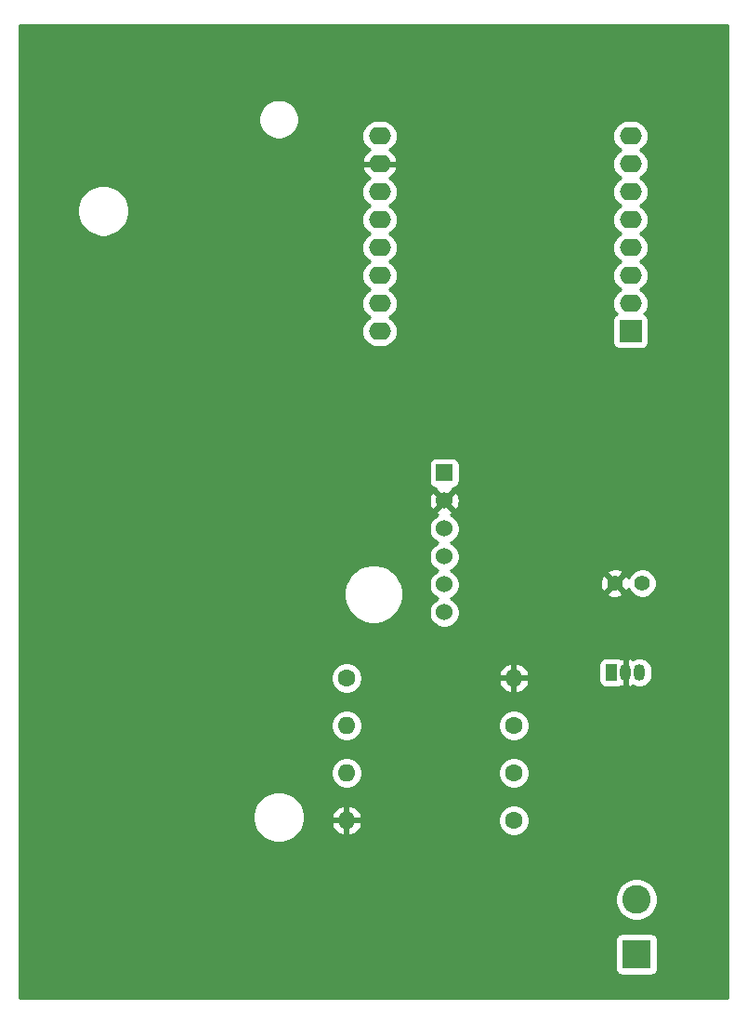
<source format=gbr>
%TF.GenerationSoftware,KiCad,Pcbnew,5.1.12-84ad8e8a86~92~ubuntu16.04.1*%
%TF.CreationDate,2023-10-16T18:07:55-03:00*%
%TF.ProjectId,BlackBox,426c6163-6b42-46f7-982e-6b696361645f,rev?*%
%TF.SameCoordinates,Original*%
%TF.FileFunction,Copper,L2,Bot*%
%TF.FilePolarity,Positive*%
%FSLAX46Y46*%
G04 Gerber Fmt 4.6, Leading zero omitted, Abs format (unit mm)*
G04 Created by KiCad (PCBNEW 5.1.12-84ad8e8a86~92~ubuntu16.04.1) date 2023-10-16 18:07:55*
%MOMM*%
%LPD*%
G01*
G04 APERTURE LIST*
%TA.AperFunction,ComponentPad*%
%ADD10R,1.050000X1.500000*%
%TD*%
%TA.AperFunction,ComponentPad*%
%ADD11O,1.050000X1.500000*%
%TD*%
%TA.AperFunction,ComponentPad*%
%ADD12O,1.600000X1.600000*%
%TD*%
%TA.AperFunction,ComponentPad*%
%ADD13C,1.600000*%
%TD*%
%TA.AperFunction,ComponentPad*%
%ADD14R,1.524000X1.524000*%
%TD*%
%TA.AperFunction,ComponentPad*%
%ADD15C,1.524000*%
%TD*%
%TA.AperFunction,ComponentPad*%
%ADD16C,1.400000*%
%TD*%
%TA.AperFunction,ComponentPad*%
%ADD17R,2.600000X2.600000*%
%TD*%
%TA.AperFunction,ComponentPad*%
%ADD18C,2.600000*%
%TD*%
%TA.AperFunction,ComponentPad*%
%ADD19O,2.000000X1.600000*%
%TD*%
%TA.AperFunction,ComponentPad*%
%ADD20R,2.000000X2.000000*%
%TD*%
%TA.AperFunction,Conductor*%
%ADD21C,0.254000*%
%TD*%
%TA.AperFunction,Conductor*%
%ADD22C,0.100000*%
%TD*%
G04 APERTURE END LIST*
D10*
%TO.P,U2,1*%
%TO.N,Net-(R2-Pad2)*%
X154686000Y-119634000D03*
D11*
%TO.P,U2,3*%
%TO.N,+3V3*%
X157226000Y-119634000D03*
%TO.P,U2,2*%
%TO.N,GND*%
X155956000Y-119634000D03*
%TD*%
D12*
%TO.P,R3,2*%
%TO.N,GND*%
X145780000Y-120142000D03*
D13*
%TO.P,R3,1*%
%TO.N,Net-(R2-Pad2)*%
X130540000Y-120142000D03*
%TD*%
D12*
%TO.P,R2,2*%
%TO.N,Net-(R2-Pad2)*%
X130540000Y-124460000D03*
D13*
%TO.P,R2,1*%
%TO.N,+3V3*%
X145780000Y-124460000D03*
%TD*%
D12*
%TO.P,R1,2*%
%TO.N,Net-(BT1-Pad1)*%
X130540000Y-128778000D03*
D13*
%TO.P,R1,1*%
%TO.N,+3V3*%
X145780000Y-128778000D03*
%TD*%
D14*
%TO.P,A1,1*%
%TO.N,+3V3*%
X139440000Y-101470000D03*
D15*
%TO.P,A1,2*%
%TO.N,GND*%
X139440000Y-104010000D03*
%TO.P,A1,3*%
%TO.N,SCL*%
X139440000Y-106550000D03*
%TO.P,A1,4*%
%TO.N,SDA*%
X139440000Y-109090000D03*
%TO.P,A1,5*%
%TO.N,Net-(A1-Pad5)*%
X139440000Y-111630000D03*
%TO.P,A1,6*%
%TO.N,Net-(A1-Pad6)*%
X139440000Y-114170000D03*
%TD*%
D16*
%TO.P,C1,1*%
%TO.N,+3V3*%
X157480000Y-111506000D03*
%TO.P,C1,2*%
%TO.N,GND*%
X154980000Y-111506000D03*
%TD*%
D13*
%TO.P,R4,1*%
%TO.N,RBF_switch*%
X145780000Y-133096000D03*
D12*
%TO.P,R4,2*%
%TO.N,GND*%
X130540000Y-133096000D03*
%TD*%
D17*
%TO.P,SW1,1*%
%TO.N,RBF_switch*%
X156972000Y-145288000D03*
D18*
%TO.P,SW1,2*%
%TO.N,+3V3*%
X156972000Y-140288000D03*
%TD*%
D19*
%TO.P,U1,2*%
%TO.N,Net-(U1-Pad2)*%
X156410000Y-86030000D03*
D20*
%TO.P,U1,1*%
%TO.N,Net-(U1-Pad1)*%
X156410000Y-88570000D03*
D19*
%TO.P,U1,3*%
%TO.N,Net-(U1-Pad3)*%
X156410000Y-83490000D03*
%TO.P,U1,4*%
%TO.N,Net-(U1-Pad4)*%
X156410000Y-80950000D03*
%TO.P,U1,5*%
%TO.N,Net-(U1-Pad5)*%
X156410000Y-78410000D03*
%TO.P,U1,6*%
%TO.N,Net-(U1-Pad6)*%
X156410000Y-75870000D03*
%TO.P,U1,7*%
%TO.N,Net-(U1-Pad7)*%
X156410000Y-73330000D03*
%TO.P,U1,8*%
%TO.N,+3V3*%
X156410000Y-70790000D03*
%TO.P,U1,9*%
%TO.N,Net-(U1-Pad9)*%
X133550000Y-70790000D03*
%TO.P,U1,10*%
%TO.N,GND*%
X133550000Y-73330000D03*
%TO.P,U1,11*%
%TO.N,RBF_switch*%
X133550000Y-75870000D03*
%TO.P,U1,12*%
%TO.N,Net-(U1-Pad12)*%
X133550000Y-78410000D03*
%TO.P,U1,13*%
%TO.N,SDA*%
X133550000Y-80950000D03*
%TO.P,U1,14*%
%TO.N,SCL*%
X133550000Y-83490000D03*
%TO.P,U1,15*%
%TO.N,Net-(U1-Pad15)*%
X133550000Y-86030000D03*
%TO.P,U1,16*%
%TO.N,Net-(U1-Pad16)*%
X133550000Y-88570000D03*
%TD*%
D21*
%TO.N,GND*%
X165290000Y-149290000D02*
X100710000Y-149290000D01*
X100710000Y-143988000D01*
X155033928Y-143988000D01*
X155033928Y-146588000D01*
X155046188Y-146712482D01*
X155082498Y-146832180D01*
X155141463Y-146942494D01*
X155220815Y-147039185D01*
X155317506Y-147118537D01*
X155427820Y-147177502D01*
X155547518Y-147213812D01*
X155672000Y-147226072D01*
X158272000Y-147226072D01*
X158396482Y-147213812D01*
X158516180Y-147177502D01*
X158626494Y-147118537D01*
X158723185Y-147039185D01*
X158802537Y-146942494D01*
X158861502Y-146832180D01*
X158897812Y-146712482D01*
X158910072Y-146588000D01*
X158910072Y-143988000D01*
X158897812Y-143863518D01*
X158861502Y-143743820D01*
X158802537Y-143633506D01*
X158723185Y-143536815D01*
X158626494Y-143457463D01*
X158516180Y-143398498D01*
X158396482Y-143362188D01*
X158272000Y-143349928D01*
X155672000Y-143349928D01*
X155547518Y-143362188D01*
X155427820Y-143398498D01*
X155317506Y-143457463D01*
X155220815Y-143536815D01*
X155141463Y-143633506D01*
X155082498Y-143743820D01*
X155046188Y-143863518D01*
X155033928Y-143988000D01*
X100710000Y-143988000D01*
X100710000Y-140097419D01*
X155037000Y-140097419D01*
X155037000Y-140478581D01*
X155111361Y-140852419D01*
X155257225Y-141204566D01*
X155468987Y-141521491D01*
X155738509Y-141791013D01*
X156055434Y-142002775D01*
X156407581Y-142148639D01*
X156781419Y-142223000D01*
X157162581Y-142223000D01*
X157536419Y-142148639D01*
X157888566Y-142002775D01*
X158205491Y-141791013D01*
X158475013Y-141521491D01*
X158686775Y-141204566D01*
X158832639Y-140852419D01*
X158907000Y-140478581D01*
X158907000Y-140097419D01*
X158832639Y-139723581D01*
X158686775Y-139371434D01*
X158475013Y-139054509D01*
X158205491Y-138784987D01*
X157888566Y-138573225D01*
X157536419Y-138427361D01*
X157162581Y-138353000D01*
X156781419Y-138353000D01*
X156407581Y-138427361D01*
X156055434Y-138573225D01*
X155738509Y-138784987D01*
X155468987Y-139054509D01*
X155257225Y-139371434D01*
X155111361Y-139723581D01*
X155037000Y-140097419D01*
X100710000Y-140097419D01*
X100710000Y-132577560D01*
X122000000Y-132577560D01*
X122000000Y-133042440D01*
X122090694Y-133498387D01*
X122268595Y-133927879D01*
X122526868Y-134314412D01*
X122855588Y-134643132D01*
X123242121Y-134901405D01*
X123671613Y-135079306D01*
X124127560Y-135170000D01*
X124592440Y-135170000D01*
X125048387Y-135079306D01*
X125477879Y-134901405D01*
X125864412Y-134643132D01*
X126193132Y-134314412D01*
X126451405Y-133927879D01*
X126629306Y-133498387D01*
X126639917Y-133445039D01*
X129148096Y-133445039D01*
X129188754Y-133579087D01*
X129308963Y-133833420D01*
X129476481Y-134059414D01*
X129684869Y-134248385D01*
X129926119Y-134393070D01*
X130190960Y-134487909D01*
X130413000Y-134366624D01*
X130413000Y-133223000D01*
X130667000Y-133223000D01*
X130667000Y-134366624D01*
X130889040Y-134487909D01*
X131153881Y-134393070D01*
X131395131Y-134248385D01*
X131603519Y-134059414D01*
X131771037Y-133833420D01*
X131891246Y-133579087D01*
X131931904Y-133445039D01*
X131809915Y-133223000D01*
X130667000Y-133223000D01*
X130413000Y-133223000D01*
X129270085Y-133223000D01*
X129148096Y-133445039D01*
X126639917Y-133445039D01*
X126720000Y-133042440D01*
X126720000Y-132746961D01*
X129148096Y-132746961D01*
X129270085Y-132969000D01*
X130413000Y-132969000D01*
X130413000Y-131825376D01*
X130667000Y-131825376D01*
X130667000Y-132969000D01*
X131809915Y-132969000D01*
X131817790Y-132954665D01*
X144345000Y-132954665D01*
X144345000Y-133237335D01*
X144400147Y-133514574D01*
X144508320Y-133775727D01*
X144665363Y-134010759D01*
X144865241Y-134210637D01*
X145100273Y-134367680D01*
X145361426Y-134475853D01*
X145638665Y-134531000D01*
X145921335Y-134531000D01*
X146198574Y-134475853D01*
X146459727Y-134367680D01*
X146694759Y-134210637D01*
X146894637Y-134010759D01*
X147051680Y-133775727D01*
X147159853Y-133514574D01*
X147215000Y-133237335D01*
X147215000Y-132954665D01*
X147159853Y-132677426D01*
X147051680Y-132416273D01*
X146894637Y-132181241D01*
X146694759Y-131981363D01*
X146459727Y-131824320D01*
X146198574Y-131716147D01*
X145921335Y-131661000D01*
X145638665Y-131661000D01*
X145361426Y-131716147D01*
X145100273Y-131824320D01*
X144865241Y-131981363D01*
X144665363Y-132181241D01*
X144508320Y-132416273D01*
X144400147Y-132677426D01*
X144345000Y-132954665D01*
X131817790Y-132954665D01*
X131931904Y-132746961D01*
X131891246Y-132612913D01*
X131771037Y-132358580D01*
X131603519Y-132132586D01*
X131395131Y-131943615D01*
X131153881Y-131798930D01*
X130889040Y-131704091D01*
X130667000Y-131825376D01*
X130413000Y-131825376D01*
X130190960Y-131704091D01*
X129926119Y-131798930D01*
X129684869Y-131943615D01*
X129476481Y-132132586D01*
X129308963Y-132358580D01*
X129188754Y-132612913D01*
X129148096Y-132746961D01*
X126720000Y-132746961D01*
X126720000Y-132577560D01*
X126629306Y-132121613D01*
X126451405Y-131692121D01*
X126193132Y-131305588D01*
X125864412Y-130976868D01*
X125477879Y-130718595D01*
X125048387Y-130540694D01*
X124592440Y-130450000D01*
X124127560Y-130450000D01*
X123671613Y-130540694D01*
X123242121Y-130718595D01*
X122855588Y-130976868D01*
X122526868Y-131305588D01*
X122268595Y-131692121D01*
X122090694Y-132121613D01*
X122000000Y-132577560D01*
X100710000Y-132577560D01*
X100710000Y-128636665D01*
X129105000Y-128636665D01*
X129105000Y-128919335D01*
X129160147Y-129196574D01*
X129268320Y-129457727D01*
X129425363Y-129692759D01*
X129625241Y-129892637D01*
X129860273Y-130049680D01*
X130121426Y-130157853D01*
X130398665Y-130213000D01*
X130681335Y-130213000D01*
X130958574Y-130157853D01*
X131219727Y-130049680D01*
X131454759Y-129892637D01*
X131654637Y-129692759D01*
X131811680Y-129457727D01*
X131919853Y-129196574D01*
X131975000Y-128919335D01*
X131975000Y-128636665D01*
X144345000Y-128636665D01*
X144345000Y-128919335D01*
X144400147Y-129196574D01*
X144508320Y-129457727D01*
X144665363Y-129692759D01*
X144865241Y-129892637D01*
X145100273Y-130049680D01*
X145361426Y-130157853D01*
X145638665Y-130213000D01*
X145921335Y-130213000D01*
X146198574Y-130157853D01*
X146459727Y-130049680D01*
X146694759Y-129892637D01*
X146894637Y-129692759D01*
X147051680Y-129457727D01*
X147159853Y-129196574D01*
X147215000Y-128919335D01*
X147215000Y-128636665D01*
X147159853Y-128359426D01*
X147051680Y-128098273D01*
X146894637Y-127863241D01*
X146694759Y-127663363D01*
X146459727Y-127506320D01*
X146198574Y-127398147D01*
X145921335Y-127343000D01*
X145638665Y-127343000D01*
X145361426Y-127398147D01*
X145100273Y-127506320D01*
X144865241Y-127663363D01*
X144665363Y-127863241D01*
X144508320Y-128098273D01*
X144400147Y-128359426D01*
X144345000Y-128636665D01*
X131975000Y-128636665D01*
X131919853Y-128359426D01*
X131811680Y-128098273D01*
X131654637Y-127863241D01*
X131454759Y-127663363D01*
X131219727Y-127506320D01*
X130958574Y-127398147D01*
X130681335Y-127343000D01*
X130398665Y-127343000D01*
X130121426Y-127398147D01*
X129860273Y-127506320D01*
X129625241Y-127663363D01*
X129425363Y-127863241D01*
X129268320Y-128098273D01*
X129160147Y-128359426D01*
X129105000Y-128636665D01*
X100710000Y-128636665D01*
X100710000Y-124318665D01*
X129105000Y-124318665D01*
X129105000Y-124601335D01*
X129160147Y-124878574D01*
X129268320Y-125139727D01*
X129425363Y-125374759D01*
X129625241Y-125574637D01*
X129860273Y-125731680D01*
X130121426Y-125839853D01*
X130398665Y-125895000D01*
X130681335Y-125895000D01*
X130958574Y-125839853D01*
X131219727Y-125731680D01*
X131454759Y-125574637D01*
X131654637Y-125374759D01*
X131811680Y-125139727D01*
X131919853Y-124878574D01*
X131975000Y-124601335D01*
X131975000Y-124318665D01*
X144345000Y-124318665D01*
X144345000Y-124601335D01*
X144400147Y-124878574D01*
X144508320Y-125139727D01*
X144665363Y-125374759D01*
X144865241Y-125574637D01*
X145100273Y-125731680D01*
X145361426Y-125839853D01*
X145638665Y-125895000D01*
X145921335Y-125895000D01*
X146198574Y-125839853D01*
X146459727Y-125731680D01*
X146694759Y-125574637D01*
X146894637Y-125374759D01*
X147051680Y-125139727D01*
X147159853Y-124878574D01*
X147215000Y-124601335D01*
X147215000Y-124318665D01*
X147159853Y-124041426D01*
X147051680Y-123780273D01*
X146894637Y-123545241D01*
X146694759Y-123345363D01*
X146459727Y-123188320D01*
X146198574Y-123080147D01*
X145921335Y-123025000D01*
X145638665Y-123025000D01*
X145361426Y-123080147D01*
X145100273Y-123188320D01*
X144865241Y-123345363D01*
X144665363Y-123545241D01*
X144508320Y-123780273D01*
X144400147Y-124041426D01*
X144345000Y-124318665D01*
X131975000Y-124318665D01*
X131919853Y-124041426D01*
X131811680Y-123780273D01*
X131654637Y-123545241D01*
X131454759Y-123345363D01*
X131219727Y-123188320D01*
X130958574Y-123080147D01*
X130681335Y-123025000D01*
X130398665Y-123025000D01*
X130121426Y-123080147D01*
X129860273Y-123188320D01*
X129625241Y-123345363D01*
X129425363Y-123545241D01*
X129268320Y-123780273D01*
X129160147Y-124041426D01*
X129105000Y-124318665D01*
X100710000Y-124318665D01*
X100710000Y-120000665D01*
X129105000Y-120000665D01*
X129105000Y-120283335D01*
X129160147Y-120560574D01*
X129268320Y-120821727D01*
X129425363Y-121056759D01*
X129625241Y-121256637D01*
X129860273Y-121413680D01*
X130121426Y-121521853D01*
X130398665Y-121577000D01*
X130681335Y-121577000D01*
X130958574Y-121521853D01*
X131219727Y-121413680D01*
X131454759Y-121256637D01*
X131654637Y-121056759D01*
X131811680Y-120821727D01*
X131919853Y-120560574D01*
X131933684Y-120491039D01*
X144388096Y-120491039D01*
X144428754Y-120625087D01*
X144548963Y-120879420D01*
X144716481Y-121105414D01*
X144924869Y-121294385D01*
X145166119Y-121439070D01*
X145430960Y-121533909D01*
X145653000Y-121412624D01*
X145653000Y-120269000D01*
X145907000Y-120269000D01*
X145907000Y-121412624D01*
X146129040Y-121533909D01*
X146393881Y-121439070D01*
X146635131Y-121294385D01*
X146843519Y-121105414D01*
X147011037Y-120879420D01*
X147131246Y-120625087D01*
X147171904Y-120491039D01*
X147049915Y-120269000D01*
X145907000Y-120269000D01*
X145653000Y-120269000D01*
X144510085Y-120269000D01*
X144388096Y-120491039D01*
X131933684Y-120491039D01*
X131975000Y-120283335D01*
X131975000Y-120000665D01*
X131933685Y-119792961D01*
X144388096Y-119792961D01*
X144510085Y-120015000D01*
X145653000Y-120015000D01*
X145653000Y-118871376D01*
X145907000Y-118871376D01*
X145907000Y-120015000D01*
X147049915Y-120015000D01*
X147171904Y-119792961D01*
X147131246Y-119658913D01*
X147011037Y-119404580D01*
X146843519Y-119178586D01*
X146635131Y-118989615D01*
X146459027Y-118884000D01*
X153522928Y-118884000D01*
X153522928Y-120384000D01*
X153535188Y-120508482D01*
X153571498Y-120628180D01*
X153630463Y-120738494D01*
X153709815Y-120835185D01*
X153806506Y-120914537D01*
X153916820Y-120973502D01*
X154036518Y-121009812D01*
X154161000Y-121022072D01*
X155211000Y-121022072D01*
X155335482Y-121009812D01*
X155455180Y-120973502D01*
X155520057Y-120938824D01*
X155588663Y-120969272D01*
X155650190Y-120977964D01*
X155829000Y-120852163D01*
X155829000Y-120534235D01*
X155836812Y-120508482D01*
X155849072Y-120384000D01*
X155849072Y-119352022D01*
X156066000Y-119352022D01*
X156066000Y-119915979D01*
X156082785Y-120086400D01*
X156083000Y-120087109D01*
X156083000Y-120852163D01*
X156261810Y-120977964D01*
X156323337Y-120969272D01*
X156532882Y-120876275D01*
X156591331Y-120835071D01*
X156779941Y-120935885D01*
X156998601Y-121002215D01*
X157226000Y-121024612D01*
X157453400Y-121002215D01*
X157672060Y-120935885D01*
X157873579Y-120828171D01*
X158050212Y-120683212D01*
X158195171Y-120506579D01*
X158302885Y-120305059D01*
X158369215Y-120086399D01*
X158386000Y-119915978D01*
X158386000Y-119352021D01*
X158369215Y-119181600D01*
X158302885Y-118962940D01*
X158195171Y-118761421D01*
X158050212Y-118584788D01*
X157873578Y-118439829D01*
X157672059Y-118332115D01*
X157453399Y-118265785D01*
X157226000Y-118243388D01*
X156998600Y-118265785D01*
X156779940Y-118332115D01*
X156591331Y-118432929D01*
X156532882Y-118391725D01*
X156323337Y-118298728D01*
X156261810Y-118290036D01*
X156083000Y-118415837D01*
X156083000Y-119180892D01*
X156082785Y-119181601D01*
X156066000Y-119352022D01*
X155849072Y-119352022D01*
X155849072Y-118884000D01*
X155836812Y-118759518D01*
X155829000Y-118733765D01*
X155829000Y-118415837D01*
X155650190Y-118290036D01*
X155588663Y-118298728D01*
X155520057Y-118329176D01*
X155455180Y-118294498D01*
X155335482Y-118258188D01*
X155211000Y-118245928D01*
X154161000Y-118245928D01*
X154036518Y-118258188D01*
X153916820Y-118294498D01*
X153806506Y-118353463D01*
X153709815Y-118432815D01*
X153630463Y-118529506D01*
X153571498Y-118639820D01*
X153535188Y-118759518D01*
X153522928Y-118884000D01*
X146459027Y-118884000D01*
X146393881Y-118844930D01*
X146129040Y-118750091D01*
X145907000Y-118871376D01*
X145653000Y-118871376D01*
X145430960Y-118750091D01*
X145166119Y-118844930D01*
X144924869Y-118989615D01*
X144716481Y-119178586D01*
X144548963Y-119404580D01*
X144428754Y-119658913D01*
X144388096Y-119792961D01*
X131933685Y-119792961D01*
X131919853Y-119723426D01*
X131811680Y-119462273D01*
X131654637Y-119227241D01*
X131454759Y-119027363D01*
X131219727Y-118870320D01*
X130958574Y-118762147D01*
X130681335Y-118707000D01*
X130398665Y-118707000D01*
X130121426Y-118762147D01*
X129860273Y-118870320D01*
X129625241Y-119027363D01*
X129425363Y-119227241D01*
X129268320Y-119462273D01*
X129160147Y-119723426D01*
X129105000Y-120000665D01*
X100710000Y-120000665D01*
X100710000Y-112232413D01*
X130283146Y-112232413D01*
X130283146Y-112767587D01*
X130387553Y-113292477D01*
X130592355Y-113786913D01*
X130889681Y-114231894D01*
X131268106Y-114610319D01*
X131713087Y-114907645D01*
X132207523Y-115112447D01*
X132732413Y-115216854D01*
X133267587Y-115216854D01*
X133792477Y-115112447D01*
X134286913Y-114907645D01*
X134731894Y-114610319D01*
X135110319Y-114231894D01*
X135407645Y-113786913D01*
X135612447Y-113292477D01*
X135716854Y-112767587D01*
X135716854Y-112232413D01*
X135612447Y-111707523D01*
X135407645Y-111213087D01*
X135110319Y-110768106D01*
X134731894Y-110389681D01*
X134286913Y-110092355D01*
X133792477Y-109887553D01*
X133267587Y-109783146D01*
X132732413Y-109783146D01*
X132207523Y-109887553D01*
X131713087Y-110092355D01*
X131268106Y-110389681D01*
X130889681Y-110768106D01*
X130592355Y-111213087D01*
X130387553Y-111707523D01*
X130283146Y-112232413D01*
X100710000Y-112232413D01*
X100710000Y-106412408D01*
X138043000Y-106412408D01*
X138043000Y-106687592D01*
X138096686Y-106957490D01*
X138201995Y-107211727D01*
X138354880Y-107440535D01*
X138549465Y-107635120D01*
X138778273Y-107788005D01*
X138855515Y-107820000D01*
X138778273Y-107851995D01*
X138549465Y-108004880D01*
X138354880Y-108199465D01*
X138201995Y-108428273D01*
X138096686Y-108682510D01*
X138043000Y-108952408D01*
X138043000Y-109227592D01*
X138096686Y-109497490D01*
X138201995Y-109751727D01*
X138354880Y-109980535D01*
X138549465Y-110175120D01*
X138778273Y-110328005D01*
X138855515Y-110360000D01*
X138778273Y-110391995D01*
X138549465Y-110544880D01*
X138354880Y-110739465D01*
X138201995Y-110968273D01*
X138096686Y-111222510D01*
X138043000Y-111492408D01*
X138043000Y-111767592D01*
X138096686Y-112037490D01*
X138201995Y-112291727D01*
X138354880Y-112520535D01*
X138549465Y-112715120D01*
X138778273Y-112868005D01*
X138855515Y-112900000D01*
X138778273Y-112931995D01*
X138549465Y-113084880D01*
X138354880Y-113279465D01*
X138201995Y-113508273D01*
X138096686Y-113762510D01*
X138043000Y-114032408D01*
X138043000Y-114307592D01*
X138096686Y-114577490D01*
X138201995Y-114831727D01*
X138354880Y-115060535D01*
X138549465Y-115255120D01*
X138778273Y-115408005D01*
X139032510Y-115513314D01*
X139302408Y-115567000D01*
X139577592Y-115567000D01*
X139847490Y-115513314D01*
X140101727Y-115408005D01*
X140330535Y-115255120D01*
X140525120Y-115060535D01*
X140678005Y-114831727D01*
X140783314Y-114577490D01*
X140837000Y-114307592D01*
X140837000Y-114032408D01*
X140783314Y-113762510D01*
X140678005Y-113508273D01*
X140525120Y-113279465D01*
X140330535Y-113084880D01*
X140101727Y-112931995D01*
X140024485Y-112900000D01*
X140101727Y-112868005D01*
X140330535Y-112715120D01*
X140525120Y-112520535D01*
X140587438Y-112427269D01*
X154238336Y-112427269D01*
X154297797Y-112661037D01*
X154536242Y-112771934D01*
X154791740Y-112834183D01*
X155054473Y-112845390D01*
X155314344Y-112805125D01*
X155561366Y-112714935D01*
X155662203Y-112661037D01*
X155721664Y-112427269D01*
X154980000Y-111685605D01*
X154238336Y-112427269D01*
X140587438Y-112427269D01*
X140678005Y-112291727D01*
X140783314Y-112037490D01*
X140837000Y-111767592D01*
X140837000Y-111580473D01*
X153640610Y-111580473D01*
X153680875Y-111840344D01*
X153771065Y-112087366D01*
X153824963Y-112188203D01*
X154058731Y-112247664D01*
X154800395Y-111506000D01*
X155159605Y-111506000D01*
X155901269Y-112247664D01*
X156135037Y-112188203D01*
X156231592Y-111980596D01*
X156296939Y-112138359D01*
X156443038Y-112357013D01*
X156628987Y-112542962D01*
X156847641Y-112689061D01*
X157090595Y-112789696D01*
X157348514Y-112841000D01*
X157611486Y-112841000D01*
X157869405Y-112789696D01*
X158112359Y-112689061D01*
X158331013Y-112542962D01*
X158516962Y-112357013D01*
X158663061Y-112138359D01*
X158763696Y-111895405D01*
X158815000Y-111637486D01*
X158815000Y-111374514D01*
X158763696Y-111116595D01*
X158663061Y-110873641D01*
X158516962Y-110654987D01*
X158331013Y-110469038D01*
X158112359Y-110322939D01*
X157869405Y-110222304D01*
X157611486Y-110171000D01*
X157348514Y-110171000D01*
X157090595Y-110222304D01*
X156847641Y-110322939D01*
X156628987Y-110469038D01*
X156443038Y-110654987D01*
X156296939Y-110873641D01*
X156229639Y-111036118D01*
X156188935Y-110924634D01*
X156135037Y-110823797D01*
X155901269Y-110764336D01*
X155159605Y-111506000D01*
X154800395Y-111506000D01*
X154058731Y-110764336D01*
X153824963Y-110823797D01*
X153714066Y-111062242D01*
X153651817Y-111317740D01*
X153640610Y-111580473D01*
X140837000Y-111580473D01*
X140837000Y-111492408D01*
X140783314Y-111222510D01*
X140678005Y-110968273D01*
X140525120Y-110739465D01*
X140370386Y-110584731D01*
X154238336Y-110584731D01*
X154980000Y-111326395D01*
X155721664Y-110584731D01*
X155662203Y-110350963D01*
X155423758Y-110240066D01*
X155168260Y-110177817D01*
X154905527Y-110166610D01*
X154645656Y-110206875D01*
X154398634Y-110297065D01*
X154297797Y-110350963D01*
X154238336Y-110584731D01*
X140370386Y-110584731D01*
X140330535Y-110544880D01*
X140101727Y-110391995D01*
X140024485Y-110360000D01*
X140101727Y-110328005D01*
X140330535Y-110175120D01*
X140525120Y-109980535D01*
X140678005Y-109751727D01*
X140783314Y-109497490D01*
X140837000Y-109227592D01*
X140837000Y-108952408D01*
X140783314Y-108682510D01*
X140678005Y-108428273D01*
X140525120Y-108199465D01*
X140330535Y-108004880D01*
X140101727Y-107851995D01*
X140024485Y-107820000D01*
X140101727Y-107788005D01*
X140330535Y-107635120D01*
X140525120Y-107440535D01*
X140678005Y-107211727D01*
X140783314Y-106957490D01*
X140837000Y-106687592D01*
X140837000Y-106412408D01*
X140783314Y-106142510D01*
X140678005Y-105888273D01*
X140525120Y-105659465D01*
X140330535Y-105464880D01*
X140101727Y-105311995D01*
X140030057Y-105282308D01*
X140043023Y-105277636D01*
X140158980Y-105215656D01*
X140225960Y-104975565D01*
X139440000Y-104189605D01*
X138654040Y-104975565D01*
X138721020Y-105215656D01*
X138856760Y-105279485D01*
X138778273Y-105311995D01*
X138549465Y-105464880D01*
X138354880Y-105659465D01*
X138201995Y-105888273D01*
X138096686Y-106142510D01*
X138043000Y-106412408D01*
X100710000Y-106412408D01*
X100710000Y-104082017D01*
X138038090Y-104082017D01*
X138079078Y-104354133D01*
X138172364Y-104613023D01*
X138234344Y-104728980D01*
X138474435Y-104795960D01*
X139260395Y-104010000D01*
X139619605Y-104010000D01*
X140405565Y-104795960D01*
X140645656Y-104728980D01*
X140762756Y-104479952D01*
X140829023Y-104212865D01*
X140841910Y-103937983D01*
X140800922Y-103665867D01*
X140707636Y-103406977D01*
X140645656Y-103291020D01*
X140405565Y-103224040D01*
X139619605Y-104010000D01*
X139260395Y-104010000D01*
X138474435Y-103224040D01*
X138234344Y-103291020D01*
X138117244Y-103540048D01*
X138050977Y-103807135D01*
X138038090Y-104082017D01*
X100710000Y-104082017D01*
X100710000Y-100708000D01*
X138039928Y-100708000D01*
X138039928Y-102232000D01*
X138052188Y-102356482D01*
X138088498Y-102476180D01*
X138147463Y-102586494D01*
X138226815Y-102683185D01*
X138323506Y-102762537D01*
X138433820Y-102821502D01*
X138553518Y-102857812D01*
X138678000Y-102870072D01*
X138702683Y-102870072D01*
X138654040Y-103044435D01*
X139440000Y-103830395D01*
X140225960Y-103044435D01*
X140177317Y-102870072D01*
X140202000Y-102870072D01*
X140326482Y-102857812D01*
X140446180Y-102821502D01*
X140556494Y-102762537D01*
X140653185Y-102683185D01*
X140732537Y-102586494D01*
X140791502Y-102476180D01*
X140827812Y-102356482D01*
X140840072Y-102232000D01*
X140840072Y-100708000D01*
X140827812Y-100583518D01*
X140791502Y-100463820D01*
X140732537Y-100353506D01*
X140653185Y-100256815D01*
X140556494Y-100177463D01*
X140446180Y-100118498D01*
X140326482Y-100082188D01*
X140202000Y-100069928D01*
X138678000Y-100069928D01*
X138553518Y-100082188D01*
X138433820Y-100118498D01*
X138323506Y-100177463D01*
X138226815Y-100256815D01*
X138147463Y-100353506D01*
X138088498Y-100463820D01*
X138052188Y-100583518D01*
X138039928Y-100708000D01*
X100710000Y-100708000D01*
X100710000Y-77377560D01*
X106000000Y-77377560D01*
X106000000Y-77842440D01*
X106090694Y-78298387D01*
X106268595Y-78727879D01*
X106526868Y-79114412D01*
X106855588Y-79443132D01*
X107242121Y-79701405D01*
X107671613Y-79879306D01*
X108127560Y-79970000D01*
X108592440Y-79970000D01*
X109048387Y-79879306D01*
X109477879Y-79701405D01*
X109864412Y-79443132D01*
X110193132Y-79114412D01*
X110451405Y-78727879D01*
X110629306Y-78298387D01*
X110720000Y-77842440D01*
X110720000Y-77377560D01*
X110629306Y-76921613D01*
X110451405Y-76492121D01*
X110193132Y-76105588D01*
X109957544Y-75870000D01*
X131908057Y-75870000D01*
X131935764Y-76151309D01*
X132017818Y-76421808D01*
X132151068Y-76671101D01*
X132330392Y-76889608D01*
X132548899Y-77068932D01*
X132681858Y-77140000D01*
X132548899Y-77211068D01*
X132330392Y-77390392D01*
X132151068Y-77608899D01*
X132017818Y-77858192D01*
X131935764Y-78128691D01*
X131908057Y-78410000D01*
X131935764Y-78691309D01*
X132017818Y-78961808D01*
X132151068Y-79211101D01*
X132330392Y-79429608D01*
X132548899Y-79608932D01*
X132681858Y-79680000D01*
X132548899Y-79751068D01*
X132330392Y-79930392D01*
X132151068Y-80148899D01*
X132017818Y-80398192D01*
X131935764Y-80668691D01*
X131908057Y-80950000D01*
X131935764Y-81231309D01*
X132017818Y-81501808D01*
X132151068Y-81751101D01*
X132330392Y-81969608D01*
X132548899Y-82148932D01*
X132681858Y-82220000D01*
X132548899Y-82291068D01*
X132330392Y-82470392D01*
X132151068Y-82688899D01*
X132017818Y-82938192D01*
X131935764Y-83208691D01*
X131908057Y-83490000D01*
X131935764Y-83771309D01*
X132017818Y-84041808D01*
X132151068Y-84291101D01*
X132330392Y-84509608D01*
X132548899Y-84688932D01*
X132681858Y-84760000D01*
X132548899Y-84831068D01*
X132330392Y-85010392D01*
X132151068Y-85228899D01*
X132017818Y-85478192D01*
X131935764Y-85748691D01*
X131908057Y-86030000D01*
X131935764Y-86311309D01*
X132017818Y-86581808D01*
X132151068Y-86831101D01*
X132330392Y-87049608D01*
X132548899Y-87228932D01*
X132681858Y-87300000D01*
X132548899Y-87371068D01*
X132330392Y-87550392D01*
X132151068Y-87768899D01*
X132017818Y-88018192D01*
X131935764Y-88288691D01*
X131908057Y-88570000D01*
X131935764Y-88851309D01*
X132017818Y-89121808D01*
X132151068Y-89371101D01*
X132330392Y-89589608D01*
X132548899Y-89768932D01*
X132798192Y-89902182D01*
X133068691Y-89984236D01*
X133279508Y-90005000D01*
X133820492Y-90005000D01*
X134031309Y-89984236D01*
X134301808Y-89902182D01*
X134551101Y-89768932D01*
X134769608Y-89589608D01*
X134948932Y-89371101D01*
X135082182Y-89121808D01*
X135164236Y-88851309D01*
X135191943Y-88570000D01*
X135164236Y-88288691D01*
X135082182Y-88018192D01*
X134948932Y-87768899D01*
X134769608Y-87550392D01*
X134551101Y-87371068D01*
X134418142Y-87300000D01*
X134551101Y-87228932D01*
X134769608Y-87049608D01*
X134948932Y-86831101D01*
X135082182Y-86581808D01*
X135164236Y-86311309D01*
X135191943Y-86030000D01*
X135164236Y-85748691D01*
X135082182Y-85478192D01*
X134948932Y-85228899D01*
X134769608Y-85010392D01*
X134551101Y-84831068D01*
X134418142Y-84760000D01*
X134551101Y-84688932D01*
X134769608Y-84509608D01*
X134948932Y-84291101D01*
X135082182Y-84041808D01*
X135164236Y-83771309D01*
X135191943Y-83490000D01*
X135164236Y-83208691D01*
X135082182Y-82938192D01*
X134948932Y-82688899D01*
X134769608Y-82470392D01*
X134551101Y-82291068D01*
X134418142Y-82220000D01*
X134551101Y-82148932D01*
X134769608Y-81969608D01*
X134948932Y-81751101D01*
X135082182Y-81501808D01*
X135164236Y-81231309D01*
X135191943Y-80950000D01*
X135164236Y-80668691D01*
X135082182Y-80398192D01*
X134948932Y-80148899D01*
X134769608Y-79930392D01*
X134551101Y-79751068D01*
X134418142Y-79680000D01*
X134551101Y-79608932D01*
X134769608Y-79429608D01*
X134948932Y-79211101D01*
X135082182Y-78961808D01*
X135164236Y-78691309D01*
X135191943Y-78410000D01*
X135164236Y-78128691D01*
X135082182Y-77858192D01*
X134948932Y-77608899D01*
X134769608Y-77390392D01*
X134551101Y-77211068D01*
X134418142Y-77140000D01*
X134551101Y-77068932D01*
X134769608Y-76889608D01*
X134948932Y-76671101D01*
X135082182Y-76421808D01*
X135164236Y-76151309D01*
X135191943Y-75870000D01*
X135164236Y-75588691D01*
X135082182Y-75318192D01*
X134948932Y-75068899D01*
X134769608Y-74850392D01*
X134551101Y-74671068D01*
X134421655Y-74601878D01*
X134439227Y-74594430D01*
X134672662Y-74435673D01*
X134870639Y-74234425D01*
X135025551Y-73998421D01*
X135131444Y-73736730D01*
X135141904Y-73679039D01*
X135019915Y-73457000D01*
X133677000Y-73457000D01*
X133677000Y-73477000D01*
X133423000Y-73477000D01*
X133423000Y-73457000D01*
X132080085Y-73457000D01*
X131958096Y-73679039D01*
X131968556Y-73736730D01*
X132074449Y-73998421D01*
X132229361Y-74234425D01*
X132427338Y-74435673D01*
X132660773Y-74594430D01*
X132678345Y-74601878D01*
X132548899Y-74671068D01*
X132330392Y-74850392D01*
X132151068Y-75068899D01*
X132017818Y-75318192D01*
X131935764Y-75588691D01*
X131908057Y-75870000D01*
X109957544Y-75870000D01*
X109864412Y-75776868D01*
X109477879Y-75518595D01*
X109048387Y-75340694D01*
X108592440Y-75250000D01*
X108127560Y-75250000D01*
X107671613Y-75340694D01*
X107242121Y-75518595D01*
X106855588Y-75776868D01*
X106526868Y-76105588D01*
X106268595Y-76492121D01*
X106090694Y-76921613D01*
X106000000Y-77377560D01*
X100710000Y-77377560D01*
X100710000Y-69099761D01*
X122530000Y-69099761D01*
X122530000Y-69460239D01*
X122600325Y-69813791D01*
X122738275Y-70146830D01*
X122938546Y-70446557D01*
X123193443Y-70701454D01*
X123493170Y-70901725D01*
X123826209Y-71039675D01*
X124179761Y-71110000D01*
X124540239Y-71110000D01*
X124893791Y-71039675D01*
X125226830Y-70901725D01*
X125394038Y-70790000D01*
X131908057Y-70790000D01*
X131935764Y-71071309D01*
X132017818Y-71341808D01*
X132151068Y-71591101D01*
X132330392Y-71809608D01*
X132548899Y-71988932D01*
X132678345Y-72058122D01*
X132660773Y-72065570D01*
X132427338Y-72224327D01*
X132229361Y-72425575D01*
X132074449Y-72661579D01*
X131968556Y-72923270D01*
X131958096Y-72980961D01*
X132080085Y-73203000D01*
X133423000Y-73203000D01*
X133423000Y-73183000D01*
X133677000Y-73183000D01*
X133677000Y-73203000D01*
X135019915Y-73203000D01*
X135141904Y-72980961D01*
X135131444Y-72923270D01*
X135025551Y-72661579D01*
X134870639Y-72425575D01*
X134672662Y-72224327D01*
X134439227Y-72065570D01*
X134421655Y-72058122D01*
X134551101Y-71988932D01*
X134769608Y-71809608D01*
X134948932Y-71591101D01*
X135082182Y-71341808D01*
X135164236Y-71071309D01*
X135191943Y-70790000D01*
X154768057Y-70790000D01*
X154795764Y-71071309D01*
X154877818Y-71341808D01*
X155011068Y-71591101D01*
X155190392Y-71809608D01*
X155408899Y-71988932D01*
X155541858Y-72060000D01*
X155408899Y-72131068D01*
X155190392Y-72310392D01*
X155011068Y-72528899D01*
X154877818Y-72778192D01*
X154795764Y-73048691D01*
X154768057Y-73330000D01*
X154795764Y-73611309D01*
X154877818Y-73881808D01*
X155011068Y-74131101D01*
X155190392Y-74349608D01*
X155408899Y-74528932D01*
X155541858Y-74600000D01*
X155408899Y-74671068D01*
X155190392Y-74850392D01*
X155011068Y-75068899D01*
X154877818Y-75318192D01*
X154795764Y-75588691D01*
X154768057Y-75870000D01*
X154795764Y-76151309D01*
X154877818Y-76421808D01*
X155011068Y-76671101D01*
X155190392Y-76889608D01*
X155408899Y-77068932D01*
X155541858Y-77140000D01*
X155408899Y-77211068D01*
X155190392Y-77390392D01*
X155011068Y-77608899D01*
X154877818Y-77858192D01*
X154795764Y-78128691D01*
X154768057Y-78410000D01*
X154795764Y-78691309D01*
X154877818Y-78961808D01*
X155011068Y-79211101D01*
X155190392Y-79429608D01*
X155408899Y-79608932D01*
X155541858Y-79680000D01*
X155408899Y-79751068D01*
X155190392Y-79930392D01*
X155011068Y-80148899D01*
X154877818Y-80398192D01*
X154795764Y-80668691D01*
X154768057Y-80950000D01*
X154795764Y-81231309D01*
X154877818Y-81501808D01*
X155011068Y-81751101D01*
X155190392Y-81969608D01*
X155408899Y-82148932D01*
X155541858Y-82220000D01*
X155408899Y-82291068D01*
X155190392Y-82470392D01*
X155011068Y-82688899D01*
X154877818Y-82938192D01*
X154795764Y-83208691D01*
X154768057Y-83490000D01*
X154795764Y-83771309D01*
X154877818Y-84041808D01*
X155011068Y-84291101D01*
X155190392Y-84509608D01*
X155408899Y-84688932D01*
X155541858Y-84760000D01*
X155408899Y-84831068D01*
X155190392Y-85010392D01*
X155011068Y-85228899D01*
X154877818Y-85478192D01*
X154795764Y-85748691D01*
X154768057Y-86030000D01*
X154795764Y-86311309D01*
X154877818Y-86581808D01*
X155011068Y-86831101D01*
X155143476Y-86992441D01*
X155055506Y-87039463D01*
X154958815Y-87118815D01*
X154879463Y-87215506D01*
X154820498Y-87325820D01*
X154784188Y-87445518D01*
X154771928Y-87570000D01*
X154771928Y-89570000D01*
X154784188Y-89694482D01*
X154820498Y-89814180D01*
X154879463Y-89924494D01*
X154958815Y-90021185D01*
X155055506Y-90100537D01*
X155165820Y-90159502D01*
X155285518Y-90195812D01*
X155410000Y-90208072D01*
X157410000Y-90208072D01*
X157534482Y-90195812D01*
X157654180Y-90159502D01*
X157764494Y-90100537D01*
X157861185Y-90021185D01*
X157940537Y-89924494D01*
X157999502Y-89814180D01*
X158035812Y-89694482D01*
X158048072Y-89570000D01*
X158048072Y-87570000D01*
X158035812Y-87445518D01*
X157999502Y-87325820D01*
X157940537Y-87215506D01*
X157861185Y-87118815D01*
X157764494Y-87039463D01*
X157676524Y-86992441D01*
X157808932Y-86831101D01*
X157942182Y-86581808D01*
X158024236Y-86311309D01*
X158051943Y-86030000D01*
X158024236Y-85748691D01*
X157942182Y-85478192D01*
X157808932Y-85228899D01*
X157629608Y-85010392D01*
X157411101Y-84831068D01*
X157278142Y-84760000D01*
X157411101Y-84688932D01*
X157629608Y-84509608D01*
X157808932Y-84291101D01*
X157942182Y-84041808D01*
X158024236Y-83771309D01*
X158051943Y-83490000D01*
X158024236Y-83208691D01*
X157942182Y-82938192D01*
X157808932Y-82688899D01*
X157629608Y-82470392D01*
X157411101Y-82291068D01*
X157278142Y-82220000D01*
X157411101Y-82148932D01*
X157629608Y-81969608D01*
X157808932Y-81751101D01*
X157942182Y-81501808D01*
X158024236Y-81231309D01*
X158051943Y-80950000D01*
X158024236Y-80668691D01*
X157942182Y-80398192D01*
X157808932Y-80148899D01*
X157629608Y-79930392D01*
X157411101Y-79751068D01*
X157278142Y-79680000D01*
X157411101Y-79608932D01*
X157629608Y-79429608D01*
X157808932Y-79211101D01*
X157942182Y-78961808D01*
X158024236Y-78691309D01*
X158051943Y-78410000D01*
X158024236Y-78128691D01*
X157942182Y-77858192D01*
X157808932Y-77608899D01*
X157629608Y-77390392D01*
X157411101Y-77211068D01*
X157278142Y-77140000D01*
X157411101Y-77068932D01*
X157629608Y-76889608D01*
X157808932Y-76671101D01*
X157942182Y-76421808D01*
X158024236Y-76151309D01*
X158051943Y-75870000D01*
X158024236Y-75588691D01*
X157942182Y-75318192D01*
X157808932Y-75068899D01*
X157629608Y-74850392D01*
X157411101Y-74671068D01*
X157278142Y-74600000D01*
X157411101Y-74528932D01*
X157629608Y-74349608D01*
X157808932Y-74131101D01*
X157942182Y-73881808D01*
X158024236Y-73611309D01*
X158051943Y-73330000D01*
X158024236Y-73048691D01*
X157942182Y-72778192D01*
X157808932Y-72528899D01*
X157629608Y-72310392D01*
X157411101Y-72131068D01*
X157278142Y-72060000D01*
X157411101Y-71988932D01*
X157629608Y-71809608D01*
X157808932Y-71591101D01*
X157942182Y-71341808D01*
X158024236Y-71071309D01*
X158051943Y-70790000D01*
X158024236Y-70508691D01*
X157942182Y-70238192D01*
X157808932Y-69988899D01*
X157629608Y-69770392D01*
X157411101Y-69591068D01*
X157161808Y-69457818D01*
X156891309Y-69375764D01*
X156680492Y-69355000D01*
X156139508Y-69355000D01*
X155928691Y-69375764D01*
X155658192Y-69457818D01*
X155408899Y-69591068D01*
X155190392Y-69770392D01*
X155011068Y-69988899D01*
X154877818Y-70238192D01*
X154795764Y-70508691D01*
X154768057Y-70790000D01*
X135191943Y-70790000D01*
X135164236Y-70508691D01*
X135082182Y-70238192D01*
X134948932Y-69988899D01*
X134769608Y-69770392D01*
X134551101Y-69591068D01*
X134301808Y-69457818D01*
X134031309Y-69375764D01*
X133820492Y-69355000D01*
X133279508Y-69355000D01*
X133068691Y-69375764D01*
X132798192Y-69457818D01*
X132548899Y-69591068D01*
X132330392Y-69770392D01*
X132151068Y-69988899D01*
X132017818Y-70238192D01*
X131935764Y-70508691D01*
X131908057Y-70790000D01*
X125394038Y-70790000D01*
X125526557Y-70701454D01*
X125781454Y-70446557D01*
X125981725Y-70146830D01*
X126119675Y-69813791D01*
X126190000Y-69460239D01*
X126190000Y-69099761D01*
X126119675Y-68746209D01*
X125981725Y-68413170D01*
X125781454Y-68113443D01*
X125526557Y-67858546D01*
X125226830Y-67658275D01*
X124893791Y-67520325D01*
X124540239Y-67450000D01*
X124179761Y-67450000D01*
X123826209Y-67520325D01*
X123493170Y-67658275D01*
X123193443Y-67858546D01*
X122938546Y-68113443D01*
X122738275Y-68413170D01*
X122600325Y-68746209D01*
X122530000Y-69099761D01*
X100710000Y-69099761D01*
X100710000Y-60710000D01*
X165290001Y-60710000D01*
X165290000Y-149290000D01*
%TA.AperFunction,Conductor*%
D22*
G36*
X165290000Y-149290000D02*
G01*
X100710000Y-149290000D01*
X100710000Y-143988000D01*
X155033928Y-143988000D01*
X155033928Y-146588000D01*
X155046188Y-146712482D01*
X155082498Y-146832180D01*
X155141463Y-146942494D01*
X155220815Y-147039185D01*
X155317506Y-147118537D01*
X155427820Y-147177502D01*
X155547518Y-147213812D01*
X155672000Y-147226072D01*
X158272000Y-147226072D01*
X158396482Y-147213812D01*
X158516180Y-147177502D01*
X158626494Y-147118537D01*
X158723185Y-147039185D01*
X158802537Y-146942494D01*
X158861502Y-146832180D01*
X158897812Y-146712482D01*
X158910072Y-146588000D01*
X158910072Y-143988000D01*
X158897812Y-143863518D01*
X158861502Y-143743820D01*
X158802537Y-143633506D01*
X158723185Y-143536815D01*
X158626494Y-143457463D01*
X158516180Y-143398498D01*
X158396482Y-143362188D01*
X158272000Y-143349928D01*
X155672000Y-143349928D01*
X155547518Y-143362188D01*
X155427820Y-143398498D01*
X155317506Y-143457463D01*
X155220815Y-143536815D01*
X155141463Y-143633506D01*
X155082498Y-143743820D01*
X155046188Y-143863518D01*
X155033928Y-143988000D01*
X100710000Y-143988000D01*
X100710000Y-140097419D01*
X155037000Y-140097419D01*
X155037000Y-140478581D01*
X155111361Y-140852419D01*
X155257225Y-141204566D01*
X155468987Y-141521491D01*
X155738509Y-141791013D01*
X156055434Y-142002775D01*
X156407581Y-142148639D01*
X156781419Y-142223000D01*
X157162581Y-142223000D01*
X157536419Y-142148639D01*
X157888566Y-142002775D01*
X158205491Y-141791013D01*
X158475013Y-141521491D01*
X158686775Y-141204566D01*
X158832639Y-140852419D01*
X158907000Y-140478581D01*
X158907000Y-140097419D01*
X158832639Y-139723581D01*
X158686775Y-139371434D01*
X158475013Y-139054509D01*
X158205491Y-138784987D01*
X157888566Y-138573225D01*
X157536419Y-138427361D01*
X157162581Y-138353000D01*
X156781419Y-138353000D01*
X156407581Y-138427361D01*
X156055434Y-138573225D01*
X155738509Y-138784987D01*
X155468987Y-139054509D01*
X155257225Y-139371434D01*
X155111361Y-139723581D01*
X155037000Y-140097419D01*
X100710000Y-140097419D01*
X100710000Y-132577560D01*
X122000000Y-132577560D01*
X122000000Y-133042440D01*
X122090694Y-133498387D01*
X122268595Y-133927879D01*
X122526868Y-134314412D01*
X122855588Y-134643132D01*
X123242121Y-134901405D01*
X123671613Y-135079306D01*
X124127560Y-135170000D01*
X124592440Y-135170000D01*
X125048387Y-135079306D01*
X125477879Y-134901405D01*
X125864412Y-134643132D01*
X126193132Y-134314412D01*
X126451405Y-133927879D01*
X126629306Y-133498387D01*
X126639917Y-133445039D01*
X129148096Y-133445039D01*
X129188754Y-133579087D01*
X129308963Y-133833420D01*
X129476481Y-134059414D01*
X129684869Y-134248385D01*
X129926119Y-134393070D01*
X130190960Y-134487909D01*
X130413000Y-134366624D01*
X130413000Y-133223000D01*
X130667000Y-133223000D01*
X130667000Y-134366624D01*
X130889040Y-134487909D01*
X131153881Y-134393070D01*
X131395131Y-134248385D01*
X131603519Y-134059414D01*
X131771037Y-133833420D01*
X131891246Y-133579087D01*
X131931904Y-133445039D01*
X131809915Y-133223000D01*
X130667000Y-133223000D01*
X130413000Y-133223000D01*
X129270085Y-133223000D01*
X129148096Y-133445039D01*
X126639917Y-133445039D01*
X126720000Y-133042440D01*
X126720000Y-132746961D01*
X129148096Y-132746961D01*
X129270085Y-132969000D01*
X130413000Y-132969000D01*
X130413000Y-131825376D01*
X130667000Y-131825376D01*
X130667000Y-132969000D01*
X131809915Y-132969000D01*
X131817790Y-132954665D01*
X144345000Y-132954665D01*
X144345000Y-133237335D01*
X144400147Y-133514574D01*
X144508320Y-133775727D01*
X144665363Y-134010759D01*
X144865241Y-134210637D01*
X145100273Y-134367680D01*
X145361426Y-134475853D01*
X145638665Y-134531000D01*
X145921335Y-134531000D01*
X146198574Y-134475853D01*
X146459727Y-134367680D01*
X146694759Y-134210637D01*
X146894637Y-134010759D01*
X147051680Y-133775727D01*
X147159853Y-133514574D01*
X147215000Y-133237335D01*
X147215000Y-132954665D01*
X147159853Y-132677426D01*
X147051680Y-132416273D01*
X146894637Y-132181241D01*
X146694759Y-131981363D01*
X146459727Y-131824320D01*
X146198574Y-131716147D01*
X145921335Y-131661000D01*
X145638665Y-131661000D01*
X145361426Y-131716147D01*
X145100273Y-131824320D01*
X144865241Y-131981363D01*
X144665363Y-132181241D01*
X144508320Y-132416273D01*
X144400147Y-132677426D01*
X144345000Y-132954665D01*
X131817790Y-132954665D01*
X131931904Y-132746961D01*
X131891246Y-132612913D01*
X131771037Y-132358580D01*
X131603519Y-132132586D01*
X131395131Y-131943615D01*
X131153881Y-131798930D01*
X130889040Y-131704091D01*
X130667000Y-131825376D01*
X130413000Y-131825376D01*
X130190960Y-131704091D01*
X129926119Y-131798930D01*
X129684869Y-131943615D01*
X129476481Y-132132586D01*
X129308963Y-132358580D01*
X129188754Y-132612913D01*
X129148096Y-132746961D01*
X126720000Y-132746961D01*
X126720000Y-132577560D01*
X126629306Y-132121613D01*
X126451405Y-131692121D01*
X126193132Y-131305588D01*
X125864412Y-130976868D01*
X125477879Y-130718595D01*
X125048387Y-130540694D01*
X124592440Y-130450000D01*
X124127560Y-130450000D01*
X123671613Y-130540694D01*
X123242121Y-130718595D01*
X122855588Y-130976868D01*
X122526868Y-131305588D01*
X122268595Y-131692121D01*
X122090694Y-132121613D01*
X122000000Y-132577560D01*
X100710000Y-132577560D01*
X100710000Y-128636665D01*
X129105000Y-128636665D01*
X129105000Y-128919335D01*
X129160147Y-129196574D01*
X129268320Y-129457727D01*
X129425363Y-129692759D01*
X129625241Y-129892637D01*
X129860273Y-130049680D01*
X130121426Y-130157853D01*
X130398665Y-130213000D01*
X130681335Y-130213000D01*
X130958574Y-130157853D01*
X131219727Y-130049680D01*
X131454759Y-129892637D01*
X131654637Y-129692759D01*
X131811680Y-129457727D01*
X131919853Y-129196574D01*
X131975000Y-128919335D01*
X131975000Y-128636665D01*
X144345000Y-128636665D01*
X144345000Y-128919335D01*
X144400147Y-129196574D01*
X144508320Y-129457727D01*
X144665363Y-129692759D01*
X144865241Y-129892637D01*
X145100273Y-130049680D01*
X145361426Y-130157853D01*
X145638665Y-130213000D01*
X145921335Y-130213000D01*
X146198574Y-130157853D01*
X146459727Y-130049680D01*
X146694759Y-129892637D01*
X146894637Y-129692759D01*
X147051680Y-129457727D01*
X147159853Y-129196574D01*
X147215000Y-128919335D01*
X147215000Y-128636665D01*
X147159853Y-128359426D01*
X147051680Y-128098273D01*
X146894637Y-127863241D01*
X146694759Y-127663363D01*
X146459727Y-127506320D01*
X146198574Y-127398147D01*
X145921335Y-127343000D01*
X145638665Y-127343000D01*
X145361426Y-127398147D01*
X145100273Y-127506320D01*
X144865241Y-127663363D01*
X144665363Y-127863241D01*
X144508320Y-128098273D01*
X144400147Y-128359426D01*
X144345000Y-128636665D01*
X131975000Y-128636665D01*
X131919853Y-128359426D01*
X131811680Y-128098273D01*
X131654637Y-127863241D01*
X131454759Y-127663363D01*
X131219727Y-127506320D01*
X130958574Y-127398147D01*
X130681335Y-127343000D01*
X130398665Y-127343000D01*
X130121426Y-127398147D01*
X129860273Y-127506320D01*
X129625241Y-127663363D01*
X129425363Y-127863241D01*
X129268320Y-128098273D01*
X129160147Y-128359426D01*
X129105000Y-128636665D01*
X100710000Y-128636665D01*
X100710000Y-124318665D01*
X129105000Y-124318665D01*
X129105000Y-124601335D01*
X129160147Y-124878574D01*
X129268320Y-125139727D01*
X129425363Y-125374759D01*
X129625241Y-125574637D01*
X129860273Y-125731680D01*
X130121426Y-125839853D01*
X130398665Y-125895000D01*
X130681335Y-125895000D01*
X130958574Y-125839853D01*
X131219727Y-125731680D01*
X131454759Y-125574637D01*
X131654637Y-125374759D01*
X131811680Y-125139727D01*
X131919853Y-124878574D01*
X131975000Y-124601335D01*
X131975000Y-124318665D01*
X144345000Y-124318665D01*
X144345000Y-124601335D01*
X144400147Y-124878574D01*
X144508320Y-125139727D01*
X144665363Y-125374759D01*
X144865241Y-125574637D01*
X145100273Y-125731680D01*
X145361426Y-125839853D01*
X145638665Y-125895000D01*
X145921335Y-125895000D01*
X146198574Y-125839853D01*
X146459727Y-125731680D01*
X146694759Y-125574637D01*
X146894637Y-125374759D01*
X147051680Y-125139727D01*
X147159853Y-124878574D01*
X147215000Y-124601335D01*
X147215000Y-124318665D01*
X147159853Y-124041426D01*
X147051680Y-123780273D01*
X146894637Y-123545241D01*
X146694759Y-123345363D01*
X146459727Y-123188320D01*
X146198574Y-123080147D01*
X145921335Y-123025000D01*
X145638665Y-123025000D01*
X145361426Y-123080147D01*
X145100273Y-123188320D01*
X144865241Y-123345363D01*
X144665363Y-123545241D01*
X144508320Y-123780273D01*
X144400147Y-124041426D01*
X144345000Y-124318665D01*
X131975000Y-124318665D01*
X131919853Y-124041426D01*
X131811680Y-123780273D01*
X131654637Y-123545241D01*
X131454759Y-123345363D01*
X131219727Y-123188320D01*
X130958574Y-123080147D01*
X130681335Y-123025000D01*
X130398665Y-123025000D01*
X130121426Y-123080147D01*
X129860273Y-123188320D01*
X129625241Y-123345363D01*
X129425363Y-123545241D01*
X129268320Y-123780273D01*
X129160147Y-124041426D01*
X129105000Y-124318665D01*
X100710000Y-124318665D01*
X100710000Y-120000665D01*
X129105000Y-120000665D01*
X129105000Y-120283335D01*
X129160147Y-120560574D01*
X129268320Y-120821727D01*
X129425363Y-121056759D01*
X129625241Y-121256637D01*
X129860273Y-121413680D01*
X130121426Y-121521853D01*
X130398665Y-121577000D01*
X130681335Y-121577000D01*
X130958574Y-121521853D01*
X131219727Y-121413680D01*
X131454759Y-121256637D01*
X131654637Y-121056759D01*
X131811680Y-120821727D01*
X131919853Y-120560574D01*
X131933684Y-120491039D01*
X144388096Y-120491039D01*
X144428754Y-120625087D01*
X144548963Y-120879420D01*
X144716481Y-121105414D01*
X144924869Y-121294385D01*
X145166119Y-121439070D01*
X145430960Y-121533909D01*
X145653000Y-121412624D01*
X145653000Y-120269000D01*
X145907000Y-120269000D01*
X145907000Y-121412624D01*
X146129040Y-121533909D01*
X146393881Y-121439070D01*
X146635131Y-121294385D01*
X146843519Y-121105414D01*
X147011037Y-120879420D01*
X147131246Y-120625087D01*
X147171904Y-120491039D01*
X147049915Y-120269000D01*
X145907000Y-120269000D01*
X145653000Y-120269000D01*
X144510085Y-120269000D01*
X144388096Y-120491039D01*
X131933684Y-120491039D01*
X131975000Y-120283335D01*
X131975000Y-120000665D01*
X131933685Y-119792961D01*
X144388096Y-119792961D01*
X144510085Y-120015000D01*
X145653000Y-120015000D01*
X145653000Y-118871376D01*
X145907000Y-118871376D01*
X145907000Y-120015000D01*
X147049915Y-120015000D01*
X147171904Y-119792961D01*
X147131246Y-119658913D01*
X147011037Y-119404580D01*
X146843519Y-119178586D01*
X146635131Y-118989615D01*
X146459027Y-118884000D01*
X153522928Y-118884000D01*
X153522928Y-120384000D01*
X153535188Y-120508482D01*
X153571498Y-120628180D01*
X153630463Y-120738494D01*
X153709815Y-120835185D01*
X153806506Y-120914537D01*
X153916820Y-120973502D01*
X154036518Y-121009812D01*
X154161000Y-121022072D01*
X155211000Y-121022072D01*
X155335482Y-121009812D01*
X155455180Y-120973502D01*
X155520057Y-120938824D01*
X155588663Y-120969272D01*
X155650190Y-120977964D01*
X155829000Y-120852163D01*
X155829000Y-120534235D01*
X155836812Y-120508482D01*
X155849072Y-120384000D01*
X155849072Y-119352022D01*
X156066000Y-119352022D01*
X156066000Y-119915979D01*
X156082785Y-120086400D01*
X156083000Y-120087109D01*
X156083000Y-120852163D01*
X156261810Y-120977964D01*
X156323337Y-120969272D01*
X156532882Y-120876275D01*
X156591331Y-120835071D01*
X156779941Y-120935885D01*
X156998601Y-121002215D01*
X157226000Y-121024612D01*
X157453400Y-121002215D01*
X157672060Y-120935885D01*
X157873579Y-120828171D01*
X158050212Y-120683212D01*
X158195171Y-120506579D01*
X158302885Y-120305059D01*
X158369215Y-120086399D01*
X158386000Y-119915978D01*
X158386000Y-119352021D01*
X158369215Y-119181600D01*
X158302885Y-118962940D01*
X158195171Y-118761421D01*
X158050212Y-118584788D01*
X157873578Y-118439829D01*
X157672059Y-118332115D01*
X157453399Y-118265785D01*
X157226000Y-118243388D01*
X156998600Y-118265785D01*
X156779940Y-118332115D01*
X156591331Y-118432929D01*
X156532882Y-118391725D01*
X156323337Y-118298728D01*
X156261810Y-118290036D01*
X156083000Y-118415837D01*
X156083000Y-119180892D01*
X156082785Y-119181601D01*
X156066000Y-119352022D01*
X155849072Y-119352022D01*
X155849072Y-118884000D01*
X155836812Y-118759518D01*
X155829000Y-118733765D01*
X155829000Y-118415837D01*
X155650190Y-118290036D01*
X155588663Y-118298728D01*
X155520057Y-118329176D01*
X155455180Y-118294498D01*
X155335482Y-118258188D01*
X155211000Y-118245928D01*
X154161000Y-118245928D01*
X154036518Y-118258188D01*
X153916820Y-118294498D01*
X153806506Y-118353463D01*
X153709815Y-118432815D01*
X153630463Y-118529506D01*
X153571498Y-118639820D01*
X153535188Y-118759518D01*
X153522928Y-118884000D01*
X146459027Y-118884000D01*
X146393881Y-118844930D01*
X146129040Y-118750091D01*
X145907000Y-118871376D01*
X145653000Y-118871376D01*
X145430960Y-118750091D01*
X145166119Y-118844930D01*
X144924869Y-118989615D01*
X144716481Y-119178586D01*
X144548963Y-119404580D01*
X144428754Y-119658913D01*
X144388096Y-119792961D01*
X131933685Y-119792961D01*
X131919853Y-119723426D01*
X131811680Y-119462273D01*
X131654637Y-119227241D01*
X131454759Y-119027363D01*
X131219727Y-118870320D01*
X130958574Y-118762147D01*
X130681335Y-118707000D01*
X130398665Y-118707000D01*
X130121426Y-118762147D01*
X129860273Y-118870320D01*
X129625241Y-119027363D01*
X129425363Y-119227241D01*
X129268320Y-119462273D01*
X129160147Y-119723426D01*
X129105000Y-120000665D01*
X100710000Y-120000665D01*
X100710000Y-112232413D01*
X130283146Y-112232413D01*
X130283146Y-112767587D01*
X130387553Y-113292477D01*
X130592355Y-113786913D01*
X130889681Y-114231894D01*
X131268106Y-114610319D01*
X131713087Y-114907645D01*
X132207523Y-115112447D01*
X132732413Y-115216854D01*
X133267587Y-115216854D01*
X133792477Y-115112447D01*
X134286913Y-114907645D01*
X134731894Y-114610319D01*
X135110319Y-114231894D01*
X135407645Y-113786913D01*
X135612447Y-113292477D01*
X135716854Y-112767587D01*
X135716854Y-112232413D01*
X135612447Y-111707523D01*
X135407645Y-111213087D01*
X135110319Y-110768106D01*
X134731894Y-110389681D01*
X134286913Y-110092355D01*
X133792477Y-109887553D01*
X133267587Y-109783146D01*
X132732413Y-109783146D01*
X132207523Y-109887553D01*
X131713087Y-110092355D01*
X131268106Y-110389681D01*
X130889681Y-110768106D01*
X130592355Y-111213087D01*
X130387553Y-111707523D01*
X130283146Y-112232413D01*
X100710000Y-112232413D01*
X100710000Y-106412408D01*
X138043000Y-106412408D01*
X138043000Y-106687592D01*
X138096686Y-106957490D01*
X138201995Y-107211727D01*
X138354880Y-107440535D01*
X138549465Y-107635120D01*
X138778273Y-107788005D01*
X138855515Y-107820000D01*
X138778273Y-107851995D01*
X138549465Y-108004880D01*
X138354880Y-108199465D01*
X138201995Y-108428273D01*
X138096686Y-108682510D01*
X138043000Y-108952408D01*
X138043000Y-109227592D01*
X138096686Y-109497490D01*
X138201995Y-109751727D01*
X138354880Y-109980535D01*
X138549465Y-110175120D01*
X138778273Y-110328005D01*
X138855515Y-110360000D01*
X138778273Y-110391995D01*
X138549465Y-110544880D01*
X138354880Y-110739465D01*
X138201995Y-110968273D01*
X138096686Y-111222510D01*
X138043000Y-111492408D01*
X138043000Y-111767592D01*
X138096686Y-112037490D01*
X138201995Y-112291727D01*
X138354880Y-112520535D01*
X138549465Y-112715120D01*
X138778273Y-112868005D01*
X138855515Y-112900000D01*
X138778273Y-112931995D01*
X138549465Y-113084880D01*
X138354880Y-113279465D01*
X138201995Y-113508273D01*
X138096686Y-113762510D01*
X138043000Y-114032408D01*
X138043000Y-114307592D01*
X138096686Y-114577490D01*
X138201995Y-114831727D01*
X138354880Y-115060535D01*
X138549465Y-115255120D01*
X138778273Y-115408005D01*
X139032510Y-115513314D01*
X139302408Y-115567000D01*
X139577592Y-115567000D01*
X139847490Y-115513314D01*
X140101727Y-115408005D01*
X140330535Y-115255120D01*
X140525120Y-115060535D01*
X140678005Y-114831727D01*
X140783314Y-114577490D01*
X140837000Y-114307592D01*
X140837000Y-114032408D01*
X140783314Y-113762510D01*
X140678005Y-113508273D01*
X140525120Y-113279465D01*
X140330535Y-113084880D01*
X140101727Y-112931995D01*
X140024485Y-112900000D01*
X140101727Y-112868005D01*
X140330535Y-112715120D01*
X140525120Y-112520535D01*
X140587438Y-112427269D01*
X154238336Y-112427269D01*
X154297797Y-112661037D01*
X154536242Y-112771934D01*
X154791740Y-112834183D01*
X155054473Y-112845390D01*
X155314344Y-112805125D01*
X155561366Y-112714935D01*
X155662203Y-112661037D01*
X155721664Y-112427269D01*
X154980000Y-111685605D01*
X154238336Y-112427269D01*
X140587438Y-112427269D01*
X140678005Y-112291727D01*
X140783314Y-112037490D01*
X140837000Y-111767592D01*
X140837000Y-111580473D01*
X153640610Y-111580473D01*
X153680875Y-111840344D01*
X153771065Y-112087366D01*
X153824963Y-112188203D01*
X154058731Y-112247664D01*
X154800395Y-111506000D01*
X155159605Y-111506000D01*
X155901269Y-112247664D01*
X156135037Y-112188203D01*
X156231592Y-111980596D01*
X156296939Y-112138359D01*
X156443038Y-112357013D01*
X156628987Y-112542962D01*
X156847641Y-112689061D01*
X157090595Y-112789696D01*
X157348514Y-112841000D01*
X157611486Y-112841000D01*
X157869405Y-112789696D01*
X158112359Y-112689061D01*
X158331013Y-112542962D01*
X158516962Y-112357013D01*
X158663061Y-112138359D01*
X158763696Y-111895405D01*
X158815000Y-111637486D01*
X158815000Y-111374514D01*
X158763696Y-111116595D01*
X158663061Y-110873641D01*
X158516962Y-110654987D01*
X158331013Y-110469038D01*
X158112359Y-110322939D01*
X157869405Y-110222304D01*
X157611486Y-110171000D01*
X157348514Y-110171000D01*
X157090595Y-110222304D01*
X156847641Y-110322939D01*
X156628987Y-110469038D01*
X156443038Y-110654987D01*
X156296939Y-110873641D01*
X156229639Y-111036118D01*
X156188935Y-110924634D01*
X156135037Y-110823797D01*
X155901269Y-110764336D01*
X155159605Y-111506000D01*
X154800395Y-111506000D01*
X154058731Y-110764336D01*
X153824963Y-110823797D01*
X153714066Y-111062242D01*
X153651817Y-111317740D01*
X153640610Y-111580473D01*
X140837000Y-111580473D01*
X140837000Y-111492408D01*
X140783314Y-111222510D01*
X140678005Y-110968273D01*
X140525120Y-110739465D01*
X140370386Y-110584731D01*
X154238336Y-110584731D01*
X154980000Y-111326395D01*
X155721664Y-110584731D01*
X155662203Y-110350963D01*
X155423758Y-110240066D01*
X155168260Y-110177817D01*
X154905527Y-110166610D01*
X154645656Y-110206875D01*
X154398634Y-110297065D01*
X154297797Y-110350963D01*
X154238336Y-110584731D01*
X140370386Y-110584731D01*
X140330535Y-110544880D01*
X140101727Y-110391995D01*
X140024485Y-110360000D01*
X140101727Y-110328005D01*
X140330535Y-110175120D01*
X140525120Y-109980535D01*
X140678005Y-109751727D01*
X140783314Y-109497490D01*
X140837000Y-109227592D01*
X140837000Y-108952408D01*
X140783314Y-108682510D01*
X140678005Y-108428273D01*
X140525120Y-108199465D01*
X140330535Y-108004880D01*
X140101727Y-107851995D01*
X140024485Y-107820000D01*
X140101727Y-107788005D01*
X140330535Y-107635120D01*
X140525120Y-107440535D01*
X140678005Y-107211727D01*
X140783314Y-106957490D01*
X140837000Y-106687592D01*
X140837000Y-106412408D01*
X140783314Y-106142510D01*
X140678005Y-105888273D01*
X140525120Y-105659465D01*
X140330535Y-105464880D01*
X140101727Y-105311995D01*
X140030057Y-105282308D01*
X140043023Y-105277636D01*
X140158980Y-105215656D01*
X140225960Y-104975565D01*
X139440000Y-104189605D01*
X138654040Y-104975565D01*
X138721020Y-105215656D01*
X138856760Y-105279485D01*
X138778273Y-105311995D01*
X138549465Y-105464880D01*
X138354880Y-105659465D01*
X138201995Y-105888273D01*
X138096686Y-106142510D01*
X138043000Y-106412408D01*
X100710000Y-106412408D01*
X100710000Y-104082017D01*
X138038090Y-104082017D01*
X138079078Y-104354133D01*
X138172364Y-104613023D01*
X138234344Y-104728980D01*
X138474435Y-104795960D01*
X139260395Y-104010000D01*
X139619605Y-104010000D01*
X140405565Y-104795960D01*
X140645656Y-104728980D01*
X140762756Y-104479952D01*
X140829023Y-104212865D01*
X140841910Y-103937983D01*
X140800922Y-103665867D01*
X140707636Y-103406977D01*
X140645656Y-103291020D01*
X140405565Y-103224040D01*
X139619605Y-104010000D01*
X139260395Y-104010000D01*
X138474435Y-103224040D01*
X138234344Y-103291020D01*
X138117244Y-103540048D01*
X138050977Y-103807135D01*
X138038090Y-104082017D01*
X100710000Y-104082017D01*
X100710000Y-100708000D01*
X138039928Y-100708000D01*
X138039928Y-102232000D01*
X138052188Y-102356482D01*
X138088498Y-102476180D01*
X138147463Y-102586494D01*
X138226815Y-102683185D01*
X138323506Y-102762537D01*
X138433820Y-102821502D01*
X138553518Y-102857812D01*
X138678000Y-102870072D01*
X138702683Y-102870072D01*
X138654040Y-103044435D01*
X139440000Y-103830395D01*
X140225960Y-103044435D01*
X140177317Y-102870072D01*
X140202000Y-102870072D01*
X140326482Y-102857812D01*
X140446180Y-102821502D01*
X140556494Y-102762537D01*
X140653185Y-102683185D01*
X140732537Y-102586494D01*
X140791502Y-102476180D01*
X140827812Y-102356482D01*
X140840072Y-102232000D01*
X140840072Y-100708000D01*
X140827812Y-100583518D01*
X140791502Y-100463820D01*
X140732537Y-100353506D01*
X140653185Y-100256815D01*
X140556494Y-100177463D01*
X140446180Y-100118498D01*
X140326482Y-100082188D01*
X140202000Y-100069928D01*
X138678000Y-100069928D01*
X138553518Y-100082188D01*
X138433820Y-100118498D01*
X138323506Y-100177463D01*
X138226815Y-100256815D01*
X138147463Y-100353506D01*
X138088498Y-100463820D01*
X138052188Y-100583518D01*
X138039928Y-100708000D01*
X100710000Y-100708000D01*
X100710000Y-77377560D01*
X106000000Y-77377560D01*
X106000000Y-77842440D01*
X106090694Y-78298387D01*
X106268595Y-78727879D01*
X106526868Y-79114412D01*
X106855588Y-79443132D01*
X107242121Y-79701405D01*
X107671613Y-79879306D01*
X108127560Y-79970000D01*
X108592440Y-79970000D01*
X109048387Y-79879306D01*
X109477879Y-79701405D01*
X109864412Y-79443132D01*
X110193132Y-79114412D01*
X110451405Y-78727879D01*
X110629306Y-78298387D01*
X110720000Y-77842440D01*
X110720000Y-77377560D01*
X110629306Y-76921613D01*
X110451405Y-76492121D01*
X110193132Y-76105588D01*
X109957544Y-75870000D01*
X131908057Y-75870000D01*
X131935764Y-76151309D01*
X132017818Y-76421808D01*
X132151068Y-76671101D01*
X132330392Y-76889608D01*
X132548899Y-77068932D01*
X132681858Y-77140000D01*
X132548899Y-77211068D01*
X132330392Y-77390392D01*
X132151068Y-77608899D01*
X132017818Y-77858192D01*
X131935764Y-78128691D01*
X131908057Y-78410000D01*
X131935764Y-78691309D01*
X132017818Y-78961808D01*
X132151068Y-79211101D01*
X132330392Y-79429608D01*
X132548899Y-79608932D01*
X132681858Y-79680000D01*
X132548899Y-79751068D01*
X132330392Y-79930392D01*
X132151068Y-80148899D01*
X132017818Y-80398192D01*
X131935764Y-80668691D01*
X131908057Y-80950000D01*
X131935764Y-81231309D01*
X132017818Y-81501808D01*
X132151068Y-81751101D01*
X132330392Y-81969608D01*
X132548899Y-82148932D01*
X132681858Y-82220000D01*
X132548899Y-82291068D01*
X132330392Y-82470392D01*
X132151068Y-82688899D01*
X132017818Y-82938192D01*
X131935764Y-83208691D01*
X131908057Y-83490000D01*
X131935764Y-83771309D01*
X132017818Y-84041808D01*
X132151068Y-84291101D01*
X132330392Y-84509608D01*
X132548899Y-84688932D01*
X132681858Y-84760000D01*
X132548899Y-84831068D01*
X132330392Y-85010392D01*
X132151068Y-85228899D01*
X132017818Y-85478192D01*
X131935764Y-85748691D01*
X131908057Y-86030000D01*
X131935764Y-86311309D01*
X132017818Y-86581808D01*
X132151068Y-86831101D01*
X132330392Y-87049608D01*
X132548899Y-87228932D01*
X132681858Y-87300000D01*
X132548899Y-87371068D01*
X132330392Y-87550392D01*
X132151068Y-87768899D01*
X132017818Y-88018192D01*
X131935764Y-88288691D01*
X131908057Y-88570000D01*
X131935764Y-88851309D01*
X132017818Y-89121808D01*
X132151068Y-89371101D01*
X132330392Y-89589608D01*
X132548899Y-89768932D01*
X132798192Y-89902182D01*
X133068691Y-89984236D01*
X133279508Y-90005000D01*
X133820492Y-90005000D01*
X134031309Y-89984236D01*
X134301808Y-89902182D01*
X134551101Y-89768932D01*
X134769608Y-89589608D01*
X134948932Y-89371101D01*
X135082182Y-89121808D01*
X135164236Y-88851309D01*
X135191943Y-88570000D01*
X135164236Y-88288691D01*
X135082182Y-88018192D01*
X134948932Y-87768899D01*
X134769608Y-87550392D01*
X134551101Y-87371068D01*
X134418142Y-87300000D01*
X134551101Y-87228932D01*
X134769608Y-87049608D01*
X134948932Y-86831101D01*
X135082182Y-86581808D01*
X135164236Y-86311309D01*
X135191943Y-86030000D01*
X135164236Y-85748691D01*
X135082182Y-85478192D01*
X134948932Y-85228899D01*
X134769608Y-85010392D01*
X134551101Y-84831068D01*
X134418142Y-84760000D01*
X134551101Y-84688932D01*
X134769608Y-84509608D01*
X134948932Y-84291101D01*
X135082182Y-84041808D01*
X135164236Y-83771309D01*
X135191943Y-83490000D01*
X135164236Y-83208691D01*
X135082182Y-82938192D01*
X134948932Y-82688899D01*
X134769608Y-82470392D01*
X134551101Y-82291068D01*
X134418142Y-82220000D01*
X134551101Y-82148932D01*
X134769608Y-81969608D01*
X134948932Y-81751101D01*
X135082182Y-81501808D01*
X135164236Y-81231309D01*
X135191943Y-80950000D01*
X135164236Y-80668691D01*
X135082182Y-80398192D01*
X134948932Y-80148899D01*
X134769608Y-79930392D01*
X134551101Y-79751068D01*
X134418142Y-79680000D01*
X134551101Y-79608932D01*
X134769608Y-79429608D01*
X134948932Y-79211101D01*
X135082182Y-78961808D01*
X135164236Y-78691309D01*
X135191943Y-78410000D01*
X135164236Y-78128691D01*
X135082182Y-77858192D01*
X134948932Y-77608899D01*
X134769608Y-77390392D01*
X134551101Y-77211068D01*
X134418142Y-77140000D01*
X134551101Y-77068932D01*
X134769608Y-76889608D01*
X134948932Y-76671101D01*
X135082182Y-76421808D01*
X135164236Y-76151309D01*
X135191943Y-75870000D01*
X135164236Y-75588691D01*
X135082182Y-75318192D01*
X134948932Y-75068899D01*
X134769608Y-74850392D01*
X134551101Y-74671068D01*
X134421655Y-74601878D01*
X134439227Y-74594430D01*
X134672662Y-74435673D01*
X134870639Y-74234425D01*
X135025551Y-73998421D01*
X135131444Y-73736730D01*
X135141904Y-73679039D01*
X135019915Y-73457000D01*
X133677000Y-73457000D01*
X133677000Y-73477000D01*
X133423000Y-73477000D01*
X133423000Y-73457000D01*
X132080085Y-73457000D01*
X131958096Y-73679039D01*
X131968556Y-73736730D01*
X132074449Y-73998421D01*
X132229361Y-74234425D01*
X132427338Y-74435673D01*
X132660773Y-74594430D01*
X132678345Y-74601878D01*
X132548899Y-74671068D01*
X132330392Y-74850392D01*
X132151068Y-75068899D01*
X132017818Y-75318192D01*
X131935764Y-75588691D01*
X131908057Y-75870000D01*
X109957544Y-75870000D01*
X109864412Y-75776868D01*
X109477879Y-75518595D01*
X109048387Y-75340694D01*
X108592440Y-75250000D01*
X108127560Y-75250000D01*
X107671613Y-75340694D01*
X107242121Y-75518595D01*
X106855588Y-75776868D01*
X106526868Y-76105588D01*
X106268595Y-76492121D01*
X106090694Y-76921613D01*
X106000000Y-77377560D01*
X100710000Y-77377560D01*
X100710000Y-69099761D01*
X122530000Y-69099761D01*
X122530000Y-69460239D01*
X122600325Y-69813791D01*
X122738275Y-70146830D01*
X122938546Y-70446557D01*
X123193443Y-70701454D01*
X123493170Y-70901725D01*
X123826209Y-71039675D01*
X124179761Y-71110000D01*
X124540239Y-71110000D01*
X124893791Y-71039675D01*
X125226830Y-70901725D01*
X125394038Y-70790000D01*
X131908057Y-70790000D01*
X131935764Y-71071309D01*
X132017818Y-71341808D01*
X132151068Y-71591101D01*
X132330392Y-71809608D01*
X132548899Y-71988932D01*
X132678345Y-72058122D01*
X132660773Y-72065570D01*
X132427338Y-72224327D01*
X132229361Y-72425575D01*
X132074449Y-72661579D01*
X131968556Y-72923270D01*
X131958096Y-72980961D01*
X132080085Y-73203000D01*
X133423000Y-73203000D01*
X133423000Y-73183000D01*
X133677000Y-73183000D01*
X133677000Y-73203000D01*
X135019915Y-73203000D01*
X135141904Y-72980961D01*
X135131444Y-72923270D01*
X135025551Y-72661579D01*
X134870639Y-72425575D01*
X134672662Y-72224327D01*
X134439227Y-72065570D01*
X134421655Y-72058122D01*
X134551101Y-71988932D01*
X134769608Y-71809608D01*
X134948932Y-71591101D01*
X135082182Y-71341808D01*
X135164236Y-71071309D01*
X135191943Y-70790000D01*
X154768057Y-70790000D01*
X154795764Y-71071309D01*
X154877818Y-71341808D01*
X155011068Y-71591101D01*
X155190392Y-71809608D01*
X155408899Y-71988932D01*
X155541858Y-72060000D01*
X155408899Y-72131068D01*
X155190392Y-72310392D01*
X155011068Y-72528899D01*
X154877818Y-72778192D01*
X154795764Y-73048691D01*
X154768057Y-73330000D01*
X154795764Y-73611309D01*
X154877818Y-73881808D01*
X155011068Y-74131101D01*
X155190392Y-74349608D01*
X155408899Y-74528932D01*
X155541858Y-74600000D01*
X155408899Y-74671068D01*
X155190392Y-74850392D01*
X155011068Y-75068899D01*
X154877818Y-75318192D01*
X154795764Y-75588691D01*
X154768057Y-75870000D01*
X154795764Y-76151309D01*
X154877818Y-76421808D01*
X155011068Y-76671101D01*
X155190392Y-76889608D01*
X155408899Y-77068932D01*
X155541858Y-77140000D01*
X155408899Y-77211068D01*
X155190392Y-77390392D01*
X155011068Y-77608899D01*
X154877818Y-77858192D01*
X154795764Y-78128691D01*
X154768057Y-78410000D01*
X154795764Y-78691309D01*
X154877818Y-78961808D01*
X155011068Y-79211101D01*
X155190392Y-79429608D01*
X155408899Y-79608932D01*
X155541858Y-79680000D01*
X155408899Y-79751068D01*
X155190392Y-79930392D01*
X155011068Y-80148899D01*
X154877818Y-80398192D01*
X154795764Y-80668691D01*
X154768057Y-80950000D01*
X154795764Y-81231309D01*
X154877818Y-81501808D01*
X155011068Y-81751101D01*
X155190392Y-81969608D01*
X155408899Y-82148932D01*
X155541858Y-82220000D01*
X155408899Y-82291068D01*
X155190392Y-82470392D01*
X155011068Y-82688899D01*
X154877818Y-82938192D01*
X154795764Y-83208691D01*
X154768057Y-83490000D01*
X154795764Y-83771309D01*
X154877818Y-84041808D01*
X155011068Y-84291101D01*
X155190392Y-84509608D01*
X155408899Y-84688932D01*
X155541858Y-84760000D01*
X155408899Y-84831068D01*
X155190392Y-85010392D01*
X155011068Y-85228899D01*
X154877818Y-85478192D01*
X154795764Y-85748691D01*
X154768057Y-86030000D01*
X154795764Y-86311309D01*
X154877818Y-86581808D01*
X155011068Y-86831101D01*
X155143476Y-86992441D01*
X155055506Y-87039463D01*
X154958815Y-87118815D01*
X154879463Y-87215506D01*
X154820498Y-87325820D01*
X154784188Y-87445518D01*
X154771928Y-87570000D01*
X154771928Y-89570000D01*
X154784188Y-89694482D01*
X154820498Y-89814180D01*
X154879463Y-89924494D01*
X154958815Y-90021185D01*
X155055506Y-90100537D01*
X155165820Y-90159502D01*
X155285518Y-90195812D01*
X155410000Y-90208072D01*
X157410000Y-90208072D01*
X157534482Y-90195812D01*
X157654180Y-90159502D01*
X157764494Y-90100537D01*
X157861185Y-90021185D01*
X157940537Y-89924494D01*
X157999502Y-89814180D01*
X158035812Y-89694482D01*
X158048072Y-89570000D01*
X158048072Y-87570000D01*
X158035812Y-87445518D01*
X157999502Y-87325820D01*
X157940537Y-87215506D01*
X157861185Y-87118815D01*
X157764494Y-87039463D01*
X157676524Y-86992441D01*
X157808932Y-86831101D01*
X157942182Y-86581808D01*
X158024236Y-86311309D01*
X158051943Y-86030000D01*
X158024236Y-85748691D01*
X157942182Y-85478192D01*
X157808932Y-85228899D01*
X157629608Y-85010392D01*
X157411101Y-84831068D01*
X157278142Y-84760000D01*
X157411101Y-84688932D01*
X157629608Y-84509608D01*
X157808932Y-84291101D01*
X157942182Y-84041808D01*
X158024236Y-83771309D01*
X158051943Y-83490000D01*
X158024236Y-83208691D01*
X157942182Y-82938192D01*
X157808932Y-82688899D01*
X157629608Y-82470392D01*
X157411101Y-82291068D01*
X157278142Y-82220000D01*
X157411101Y-82148932D01*
X157629608Y-81969608D01*
X157808932Y-81751101D01*
X157942182Y-81501808D01*
X158024236Y-81231309D01*
X158051943Y-80950000D01*
X158024236Y-80668691D01*
X157942182Y-80398192D01*
X157808932Y-80148899D01*
X157629608Y-79930392D01*
X157411101Y-79751068D01*
X157278142Y-79680000D01*
X157411101Y-79608932D01*
X157629608Y-79429608D01*
X157808932Y-79211101D01*
X157942182Y-78961808D01*
X158024236Y-78691309D01*
X158051943Y-78410000D01*
X158024236Y-78128691D01*
X157942182Y-77858192D01*
X157808932Y-77608899D01*
X157629608Y-77390392D01*
X157411101Y-77211068D01*
X157278142Y-77140000D01*
X157411101Y-77068932D01*
X157629608Y-76889608D01*
X157808932Y-76671101D01*
X157942182Y-76421808D01*
X158024236Y-76151309D01*
X158051943Y-75870000D01*
X158024236Y-75588691D01*
X157942182Y-75318192D01*
X157808932Y-75068899D01*
X157629608Y-74850392D01*
X157411101Y-74671068D01*
X157278142Y-74600000D01*
X157411101Y-74528932D01*
X157629608Y-74349608D01*
X157808932Y-74131101D01*
X157942182Y-73881808D01*
X158024236Y-73611309D01*
X158051943Y-73330000D01*
X158024236Y-73048691D01*
X157942182Y-72778192D01*
X157808932Y-72528899D01*
X157629608Y-72310392D01*
X157411101Y-72131068D01*
X157278142Y-72060000D01*
X157411101Y-71988932D01*
X157629608Y-71809608D01*
X157808932Y-71591101D01*
X157942182Y-71341808D01*
X158024236Y-71071309D01*
X158051943Y-70790000D01*
X158024236Y-70508691D01*
X157942182Y-70238192D01*
X157808932Y-69988899D01*
X157629608Y-69770392D01*
X157411101Y-69591068D01*
X157161808Y-69457818D01*
X156891309Y-69375764D01*
X156680492Y-69355000D01*
X156139508Y-69355000D01*
X155928691Y-69375764D01*
X155658192Y-69457818D01*
X155408899Y-69591068D01*
X155190392Y-69770392D01*
X155011068Y-69988899D01*
X154877818Y-70238192D01*
X154795764Y-70508691D01*
X154768057Y-70790000D01*
X135191943Y-70790000D01*
X135164236Y-70508691D01*
X135082182Y-70238192D01*
X134948932Y-69988899D01*
X134769608Y-69770392D01*
X134551101Y-69591068D01*
X134301808Y-69457818D01*
X134031309Y-69375764D01*
X133820492Y-69355000D01*
X133279508Y-69355000D01*
X133068691Y-69375764D01*
X132798192Y-69457818D01*
X132548899Y-69591068D01*
X132330392Y-69770392D01*
X132151068Y-69988899D01*
X132017818Y-70238192D01*
X131935764Y-70508691D01*
X131908057Y-70790000D01*
X125394038Y-70790000D01*
X125526557Y-70701454D01*
X125781454Y-70446557D01*
X125981725Y-70146830D01*
X126119675Y-69813791D01*
X126190000Y-69460239D01*
X126190000Y-69099761D01*
X126119675Y-68746209D01*
X125981725Y-68413170D01*
X125781454Y-68113443D01*
X125526557Y-67858546D01*
X125226830Y-67658275D01*
X124893791Y-67520325D01*
X124540239Y-67450000D01*
X124179761Y-67450000D01*
X123826209Y-67520325D01*
X123493170Y-67658275D01*
X123193443Y-67858546D01*
X122938546Y-68113443D01*
X122738275Y-68413170D01*
X122600325Y-68746209D01*
X122530000Y-69099761D01*
X100710000Y-69099761D01*
X100710000Y-60710000D01*
X165290001Y-60710000D01*
X165290000Y-149290000D01*
G37*
%TD.AperFunction*%
%TD*%
M02*

</source>
